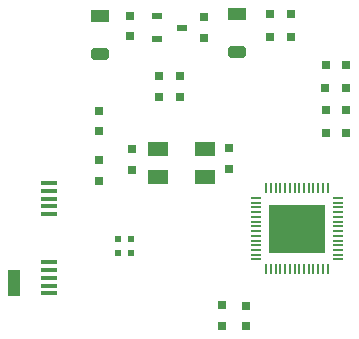
<source format=gbr>
%TF.GenerationSoftware,Altium Limited,Altium Designer,19.1.7 (138)*%
G04 Layer_Color=8421504*
%FSLAX45Y45*%
%MOMM*%
%TF.FileFunction,Paste,Top*%
%TF.Part,Single*%
G01*
G75*
%TA.AperFunction,ConnectorPad*%
%ADD10R,1.35000X0.40000*%
%ADD11R,0.98000X2.18000*%
%TA.AperFunction,SMDPad,CuDef*%
%ADD12R,0.80000X0.80000*%
%ADD13R,4.85000X4.05000*%
%ADD14R,0.85000X0.20000*%
%ADD15R,0.20000X0.85000*%
%ADD16R,1.50000X1.00000*%
G04:AMPARAMS|DCode=17|XSize=1mm|YSize=1.5mm|CornerRadius=0.25mm|HoleSize=0mm|Usage=FLASHONLY|Rotation=90.000|XOffset=0mm|YOffset=0mm|HoleType=Round|Shape=RoundedRectangle|*
%AMROUNDEDRECTD17*
21,1,1.00000,1.00000,0,0,90.0*
21,1,0.50000,1.50000,0,0,90.0*
1,1,0.50000,0.50000,0.25000*
1,1,0.50000,0.50000,-0.25000*
1,1,0.50000,-0.50000,-0.25000*
1,1,0.50000,-0.50000,0.25000*
%
%ADD17ROUNDEDRECTD17*%
%ADD18R,0.80000X0.80000*%
%ADD19R,0.85000X0.60000*%
%ADD20R,1.80000X1.20000*%
%ADD21R,0.50000X0.60000*%
D10*
X3873500Y5908500D02*
D03*
Y5843500D02*
D03*
Y5778500D02*
D03*
Y5713500D02*
D03*
Y5648500D02*
D03*
Y5238500D02*
D03*
Y5173500D02*
D03*
Y5108500D02*
D03*
Y5043500D02*
D03*
Y4978500D02*
D03*
D11*
X3576500Y5067000D02*
D03*
D12*
X6386695Y6337294D02*
D03*
X6211695D02*
D03*
X6386695Y6527794D02*
D03*
X6211695D02*
D03*
X6385300Y6718300D02*
D03*
X6210300D02*
D03*
X6386695Y6908794D02*
D03*
X6211695D02*
D03*
X5916804Y7340608D02*
D03*
X5741804D02*
D03*
X5916795Y7150094D02*
D03*
X5741795D02*
D03*
X4978400Y6639468D02*
D03*
X4803400D02*
D03*
X4976995Y6819894D02*
D03*
X4801995D02*
D03*
D13*
X5969000Y5524500D02*
D03*
D14*
X6314000Y5784500D02*
D03*
Y5744500D02*
D03*
Y5704500D02*
D03*
Y5664500D02*
D03*
Y5624500D02*
D03*
Y5584500D02*
D03*
Y5544500D02*
D03*
Y5504500D02*
D03*
Y5464500D02*
D03*
Y5424500D02*
D03*
Y5384500D02*
D03*
Y5344500D02*
D03*
Y5304500D02*
D03*
Y5264500D02*
D03*
X5624000D02*
D03*
Y5304500D02*
D03*
Y5344500D02*
D03*
Y5384500D02*
D03*
Y5424500D02*
D03*
Y5464500D02*
D03*
Y5504500D02*
D03*
Y5544500D02*
D03*
Y5584500D02*
D03*
Y5624500D02*
D03*
Y5664500D02*
D03*
Y5704500D02*
D03*
Y5744500D02*
D03*
Y5784500D02*
D03*
D15*
X6229000Y5179500D02*
D03*
X6189000D02*
D03*
X6149000D02*
D03*
X6109000D02*
D03*
X6069000D02*
D03*
X6029000D02*
D03*
X5989000D02*
D03*
X5949000D02*
D03*
X5909000D02*
D03*
X5869000D02*
D03*
X5829000D02*
D03*
X5789000D02*
D03*
X5749000D02*
D03*
X5709000D02*
D03*
Y5869500D02*
D03*
X5749000D02*
D03*
X5789000D02*
D03*
X5829000D02*
D03*
X5869000D02*
D03*
X5909000D02*
D03*
X5949000D02*
D03*
X5989000D02*
D03*
X6029000D02*
D03*
X6069000D02*
D03*
X6109000D02*
D03*
X6149000D02*
D03*
X6189000D02*
D03*
X6229000D02*
D03*
D16*
X5461000Y7340600D02*
D03*
X4305300Y7327900D02*
D03*
D17*
X5461000Y7019603D02*
D03*
X4305300Y7006903D02*
D03*
D18*
X5181608Y7138796D02*
D03*
Y7313796D02*
D03*
X4292600Y6350000D02*
D03*
Y6525000D02*
D03*
X4559300Y7152900D02*
D03*
Y7327900D02*
D03*
X5397500Y6032500D02*
D03*
Y6207500D02*
D03*
X4572008Y6021196D02*
D03*
Y6196196D02*
D03*
X4292600Y5930900D02*
D03*
Y6105900D02*
D03*
X5333994Y4700405D02*
D03*
Y4875405D02*
D03*
X5537200Y4874000D02*
D03*
Y4699000D02*
D03*
D19*
X4997000Y7226300D02*
D03*
X4782000Y7131300D02*
D03*
Y7321300D02*
D03*
D20*
X5191100Y5963300D02*
D03*
X4791100D02*
D03*
Y6203300D02*
D03*
X5191100D02*
D03*
D21*
X4456007Y5315581D02*
D03*
X4561003D02*
D03*
X4456007Y5435606D02*
D03*
X4561003D02*
D03*
%TF.MD5,3d4ef90cffc5cc05428c1f906f2f8fdd*%
M02*

</source>
